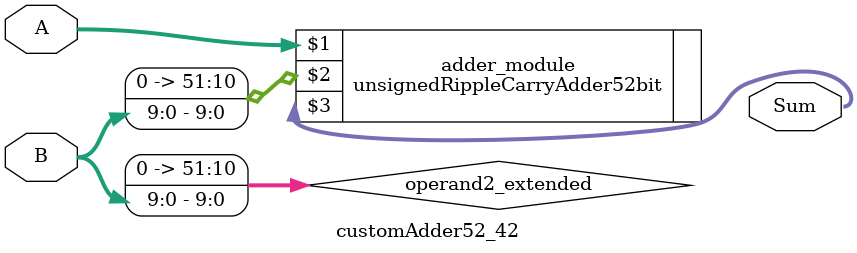
<source format=v>
module customAdder52_42(
                        input [51 : 0] A,
                        input [9 : 0] B,
                        
                        output [52 : 0] Sum
                );

        wire [51 : 0] operand2_extended;
        
        assign operand2_extended =  {42'b0, B};
        
        unsignedRippleCarryAdder52bit adder_module(
            A,
            operand2_extended,
            Sum
        );
        
        endmodule
        
</source>
